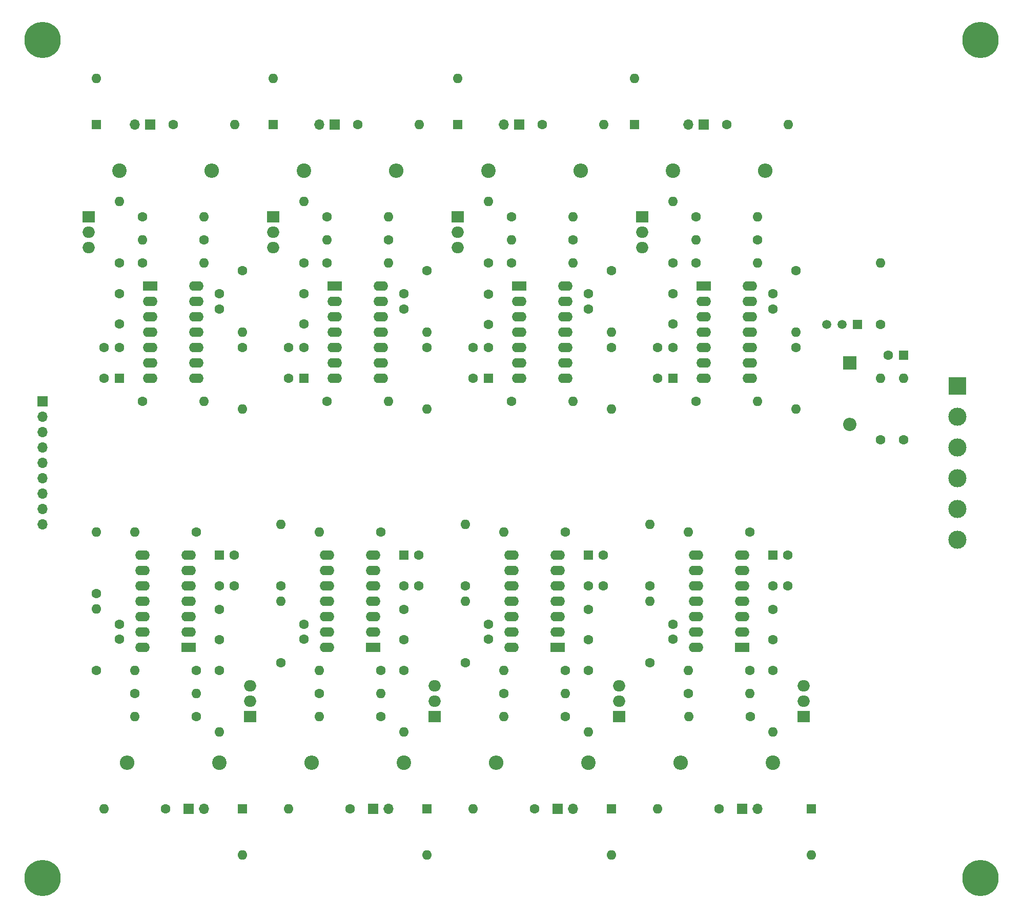
<source format=gbs>
%TF.GenerationSoftware,KiCad,Pcbnew,5.1.10*%
%TF.CreationDate,2021-06-16T12:32:52-03:00*%
%TF.ProjectId,cta,6374612e-6b69-4636-9164-5f7063625858,rev?*%
%TF.SameCoordinates,Original*%
%TF.FileFunction,Soldermask,Bot*%
%TF.FilePolarity,Negative*%
%FSLAX46Y46*%
G04 Gerber Fmt 4.6, Leading zero omitted, Abs format (unit mm)*
G04 Created by KiCad (PCBNEW 5.1.10) date 2021-06-16 12:32:52*
%MOMM*%
%LPD*%
G01*
G04 APERTURE LIST*
%ADD10C,6.000000*%
%ADD11C,3.000000*%
%ADD12R,3.000000X3.000000*%
%ADD13O,2.400000X1.600000*%
%ADD14R,2.400000X1.600000*%
%ADD15O,1.700000X1.700000*%
%ADD16R,1.700000X1.700000*%
%ADD17O,1.600000X1.600000*%
%ADD18R,1.600000X1.600000*%
%ADD19C,1.600000*%
%ADD20R,1.500000X1.500000*%
%ADD21C,1.500000*%
%ADD22O,2.200000X2.200000*%
%ADD23R,2.200000X2.200000*%
%ADD24O,2.400000X2.400000*%
%ADD25C,2.400000*%
%ADD26O,2.000000X1.905000*%
%ADD27R,2.000000X1.905000*%
G04 APERTURE END LIST*
D10*
X210820000Y-19050000D03*
X210820000Y-157480000D03*
X55880000Y-157480000D03*
X55880000Y-19050000D03*
D11*
X207010000Y-101600000D03*
X207010000Y-96520000D03*
X207010000Y-91440000D03*
D12*
X207010000Y-76200000D03*
D11*
X207010000Y-86360000D03*
X207010000Y-81280000D03*
D13*
X72390000Y-119380000D03*
X80010000Y-104140000D03*
X72390000Y-116840000D03*
X80010000Y-106680000D03*
X72390000Y-114300000D03*
X80010000Y-109220000D03*
X72390000Y-111760000D03*
X80010000Y-111760000D03*
X72390000Y-109220000D03*
X80010000Y-114300000D03*
X72390000Y-106680000D03*
X80010000Y-116840000D03*
X72390000Y-104140000D03*
D14*
X80010000Y-119380000D03*
D15*
X55880000Y-99060000D03*
X55880000Y-96520000D03*
X55880000Y-93980000D03*
X55880000Y-91440000D03*
X55880000Y-88900000D03*
X55880000Y-86360000D03*
X55880000Y-83820000D03*
X55880000Y-81280000D03*
D16*
X55880000Y-78740000D03*
D17*
X182880000Y-153670000D03*
D18*
X182880000Y-146050000D03*
D17*
X149860000Y-153670000D03*
D18*
X149860000Y-146050000D03*
D17*
X119380000Y-153670000D03*
D18*
X119380000Y-146050000D03*
D17*
X88900000Y-153670000D03*
D18*
X88900000Y-146050000D03*
D17*
X153670000Y-25400000D03*
D18*
X153670000Y-33020000D03*
D17*
X124460000Y-25400000D03*
D18*
X124460000Y-33020000D03*
D17*
X93980000Y-25400000D03*
D18*
X93980000Y-33020000D03*
D17*
X64770000Y-25400000D03*
D18*
X64770000Y-33020000D03*
D17*
X194310000Y-74930000D03*
D19*
X194310000Y-85090000D03*
D17*
X198120000Y-74930000D03*
D19*
X198120000Y-85090000D03*
D17*
X194310000Y-55880000D03*
D19*
X194310000Y-66040000D03*
D20*
X190500000Y-66040000D03*
D21*
X185420000Y-66040000D03*
X187960000Y-66040000D03*
D22*
X189230000Y-82550000D03*
D23*
X189230000Y-72390000D03*
D19*
X195620000Y-71120000D03*
D18*
X198120000Y-71120000D03*
D19*
X176530000Y-113110000D03*
X176530000Y-118110000D03*
X146050000Y-113110000D03*
X146050000Y-118110000D03*
X115570000Y-113110000D03*
X115570000Y-118110000D03*
X85090000Y-113110000D03*
X85090000Y-118110000D03*
X160020000Y-65960000D03*
X160020000Y-60960000D03*
X129540000Y-66040000D03*
X129540000Y-61040000D03*
D24*
X161290000Y-138430000D03*
D25*
X176530000Y-138430000D03*
D24*
X130810000Y-138430000D03*
D25*
X146050000Y-138430000D03*
D24*
X100330000Y-138430000D03*
D25*
X115570000Y-138430000D03*
D24*
X69850000Y-138430000D03*
D25*
X85090000Y-138430000D03*
D24*
X175260000Y-40640000D03*
D25*
X160020000Y-40640000D03*
D24*
X144780000Y-40640000D03*
D25*
X129540000Y-40640000D03*
D24*
X114300000Y-40640000D03*
D25*
X99060000Y-40640000D03*
D24*
X83820000Y-40640000D03*
D25*
X68580000Y-40640000D03*
D19*
X179030000Y-109220000D03*
X176530000Y-109220000D03*
X148550000Y-109220000D03*
X146050000Y-109220000D03*
X118070000Y-109220000D03*
X115570000Y-109220000D03*
X87590000Y-109220000D03*
X85090000Y-109220000D03*
X157520000Y-69850000D03*
X160020000Y-69850000D03*
X127040000Y-69850000D03*
X129540000Y-69850000D03*
X96560000Y-69850000D03*
X99060000Y-69850000D03*
X66080000Y-69850000D03*
X68580000Y-69850000D03*
X160020000Y-118070000D03*
X160020000Y-115570000D03*
X129540000Y-118070000D03*
X129540000Y-115570000D03*
X99060000Y-118070000D03*
X99060000Y-115570000D03*
X68580000Y-118070000D03*
X68580000Y-115570000D03*
X176530000Y-61000000D03*
X176530000Y-63500000D03*
X146050000Y-61000000D03*
X146050000Y-63500000D03*
X115570000Y-61000000D03*
X115570000Y-63500000D03*
X85090000Y-61000000D03*
X85090000Y-63500000D03*
D15*
X173990000Y-146050000D03*
D16*
X171450000Y-146050000D03*
D15*
X143510000Y-146050000D03*
D16*
X140970000Y-146050000D03*
D15*
X113030000Y-146050000D03*
D16*
X110490000Y-146050000D03*
D15*
X82550000Y-146050000D03*
D16*
X80010000Y-146050000D03*
D15*
X162560000Y-33020000D03*
D16*
X165100000Y-33020000D03*
D15*
X132080000Y-33020000D03*
D16*
X134620000Y-33020000D03*
D15*
X101600000Y-33020000D03*
D16*
X104140000Y-33020000D03*
D15*
X71120000Y-33020000D03*
D16*
X73660000Y-33020000D03*
D19*
X99060000Y-65960000D03*
X99060000Y-60960000D03*
X68580000Y-65960000D03*
X68580000Y-60960000D03*
D13*
X163830000Y-119380000D03*
X171450000Y-104140000D03*
X163830000Y-116840000D03*
X171450000Y-106680000D03*
X163830000Y-114300000D03*
X171450000Y-109220000D03*
X163830000Y-111760000D03*
X171450000Y-111760000D03*
X163830000Y-109220000D03*
X171450000Y-114300000D03*
X163830000Y-106680000D03*
X171450000Y-116840000D03*
X163830000Y-104140000D03*
D14*
X171450000Y-119380000D03*
D17*
X157480000Y-146050000D03*
D19*
X167640000Y-146050000D03*
D17*
X162560000Y-123190000D03*
D19*
X172720000Y-123190000D03*
D17*
X176530000Y-133350000D03*
D19*
X176530000Y-123190000D03*
D17*
X162560000Y-100330000D03*
D19*
X172720000Y-100330000D03*
D17*
X156210000Y-99060000D03*
D19*
X156210000Y-109220000D03*
D17*
X156210000Y-111760000D03*
D19*
X156210000Y-121920000D03*
D17*
X172720000Y-127000000D03*
D19*
X162560000Y-127000000D03*
D17*
X162680225Y-130810000D03*
D19*
X172840225Y-130810000D03*
D26*
X181610000Y-125730000D03*
X181610000Y-128270000D03*
D27*
X181610000Y-130810000D03*
D19*
X179030000Y-104140000D03*
D18*
X176530000Y-104140000D03*
D13*
X133350000Y-119380000D03*
X140970000Y-104140000D03*
X133350000Y-116840000D03*
X140970000Y-106680000D03*
X133350000Y-114300000D03*
X140970000Y-109220000D03*
X133350000Y-111760000D03*
X140970000Y-111760000D03*
X133350000Y-109220000D03*
X140970000Y-114300000D03*
X133350000Y-106680000D03*
X140970000Y-116840000D03*
X133350000Y-104140000D03*
D14*
X140970000Y-119380000D03*
D17*
X127000000Y-146050000D03*
D19*
X137160000Y-146050000D03*
D17*
X132080000Y-123190000D03*
D19*
X142240000Y-123190000D03*
D17*
X146050000Y-133350000D03*
D19*
X146050000Y-123190000D03*
D17*
X132080000Y-100330000D03*
D19*
X142240000Y-100330000D03*
D17*
X125730000Y-99060000D03*
D19*
X125730000Y-109220000D03*
D17*
X125730000Y-111760000D03*
D19*
X125730000Y-121920000D03*
D17*
X142240000Y-127000000D03*
D19*
X132080000Y-127000000D03*
D17*
X132080000Y-130810000D03*
D19*
X142240000Y-130810000D03*
D26*
X151130000Y-125730000D03*
X151130000Y-128270000D03*
D27*
X151130000Y-130810000D03*
D19*
X148550000Y-104140000D03*
D18*
X146050000Y-104140000D03*
D13*
X102870000Y-119380000D03*
X110490000Y-104140000D03*
X102870000Y-116840000D03*
X110490000Y-106680000D03*
X102870000Y-114300000D03*
X110490000Y-109220000D03*
X102870000Y-111760000D03*
X110490000Y-111760000D03*
X102870000Y-109220000D03*
X110490000Y-114300000D03*
X102870000Y-106680000D03*
X110490000Y-116840000D03*
X102870000Y-104140000D03*
D14*
X110490000Y-119380000D03*
D17*
X96520000Y-146050000D03*
D19*
X106680000Y-146050000D03*
D17*
X101600000Y-123190000D03*
D19*
X111760000Y-123190000D03*
D17*
X115570000Y-133350000D03*
D19*
X115570000Y-123190000D03*
D17*
X101600000Y-100330000D03*
D19*
X111760000Y-100330000D03*
D17*
X95250000Y-99060000D03*
D19*
X95250000Y-109220000D03*
D17*
X95250000Y-111760000D03*
D19*
X95250000Y-121920000D03*
D17*
X111760000Y-127000000D03*
D19*
X101600000Y-127000000D03*
D17*
X101600000Y-130810000D03*
D19*
X111760000Y-130810000D03*
D26*
X120650000Y-125730000D03*
X120650000Y-128270000D03*
D27*
X120650000Y-130810000D03*
D19*
X118070000Y-104140000D03*
D18*
X115570000Y-104140000D03*
D17*
X66040000Y-146050000D03*
D19*
X76200000Y-146050000D03*
D17*
X71120000Y-123190000D03*
D19*
X81280000Y-123190000D03*
D17*
X85090000Y-133350000D03*
D19*
X85090000Y-123190000D03*
D17*
X71120000Y-100330000D03*
D19*
X81280000Y-100330000D03*
D17*
X64770000Y-100330000D03*
D19*
X64770000Y-110490000D03*
D17*
X64770000Y-113030000D03*
D19*
X64770000Y-123190000D03*
D17*
X81280000Y-127000000D03*
D19*
X71120000Y-127000000D03*
D17*
X71120000Y-130810000D03*
D19*
X81280000Y-130810000D03*
D26*
X90170000Y-125730000D03*
X90170000Y-128270000D03*
D27*
X90170000Y-130810000D03*
D19*
X87590000Y-104140000D03*
D18*
X85090000Y-104140000D03*
D13*
X172720000Y-59690000D03*
X165100000Y-74930000D03*
X172720000Y-62230000D03*
X165100000Y-72390000D03*
X172720000Y-64770000D03*
X165100000Y-69850000D03*
X172720000Y-67310000D03*
X165100000Y-67310000D03*
X172720000Y-69850000D03*
X165100000Y-64770000D03*
X172720000Y-72390000D03*
X165100000Y-62230000D03*
X172720000Y-74930000D03*
D14*
X165100000Y-59690000D03*
D17*
X179070000Y-33020000D03*
D19*
X168910000Y-33020000D03*
D17*
X173990000Y-55880000D03*
D19*
X163830000Y-55880000D03*
D17*
X160020000Y-45720000D03*
D19*
X160020000Y-55880000D03*
D17*
X173990000Y-78740000D03*
D19*
X163830000Y-78740000D03*
D17*
X180340000Y-80010000D03*
D19*
X180340000Y-69850000D03*
D17*
X180340000Y-67310000D03*
D19*
X180340000Y-57150000D03*
D17*
X163830000Y-52070000D03*
D19*
X173990000Y-52070000D03*
D17*
X173990000Y-48260000D03*
D19*
X163830000Y-48260000D03*
D26*
X154940000Y-53340000D03*
X154940000Y-50800000D03*
D27*
X154940000Y-48260000D03*
D19*
X157520000Y-74930000D03*
D18*
X160020000Y-74930000D03*
D13*
X142240000Y-59690000D03*
X134620000Y-74930000D03*
X142240000Y-62230000D03*
X134620000Y-72390000D03*
X142240000Y-64770000D03*
X134620000Y-69850000D03*
X142240000Y-67310000D03*
X134620000Y-67310000D03*
X142240000Y-69850000D03*
X134620000Y-64770000D03*
X142240000Y-72390000D03*
X134620000Y-62230000D03*
X142240000Y-74930000D03*
D14*
X134620000Y-59690000D03*
D17*
X148590000Y-33020000D03*
D19*
X138430000Y-33020000D03*
D17*
X143510000Y-55880000D03*
D19*
X133350000Y-55880000D03*
D17*
X129540000Y-45720000D03*
D19*
X129540000Y-55880000D03*
D17*
X143510000Y-78740000D03*
D19*
X133350000Y-78740000D03*
D17*
X149860000Y-80010000D03*
D19*
X149860000Y-69850000D03*
D17*
X149860000Y-67310000D03*
D19*
X149860000Y-57150000D03*
D17*
X133350000Y-52070000D03*
D19*
X143510000Y-52070000D03*
D17*
X143510000Y-48260000D03*
D19*
X133350000Y-48260000D03*
D26*
X124460000Y-53340000D03*
X124460000Y-50800000D03*
D27*
X124460000Y-48260000D03*
D19*
X127040000Y-74930000D03*
D18*
X129540000Y-74930000D03*
D26*
X93980000Y-53340000D03*
X93980000Y-50800000D03*
D27*
X93980000Y-48260000D03*
D13*
X111760000Y-59690000D03*
X104140000Y-74930000D03*
X111760000Y-62230000D03*
X104140000Y-72390000D03*
X111760000Y-64770000D03*
X104140000Y-69850000D03*
X111760000Y-67310000D03*
X104140000Y-67310000D03*
X111760000Y-69850000D03*
X104140000Y-64770000D03*
X111760000Y-72390000D03*
X104140000Y-62230000D03*
X111760000Y-74930000D03*
D14*
X104140000Y-59690000D03*
D17*
X118110000Y-33020000D03*
D19*
X107950000Y-33020000D03*
D17*
X113030000Y-55880000D03*
D19*
X102870000Y-55880000D03*
D17*
X99060000Y-45720000D03*
D19*
X99060000Y-55880000D03*
D17*
X113030000Y-78740000D03*
D19*
X102870000Y-78740000D03*
D17*
X119380000Y-80010000D03*
D19*
X119380000Y-69850000D03*
D17*
X119380000Y-67310000D03*
D19*
X119380000Y-57150000D03*
D17*
X102870000Y-52070000D03*
D19*
X113030000Y-52070000D03*
D17*
X113030000Y-48260000D03*
D19*
X102870000Y-48260000D03*
X96560000Y-74930000D03*
D18*
X99060000Y-74930000D03*
D13*
X81280000Y-59690000D03*
X73660000Y-74930000D03*
X81280000Y-62230000D03*
X73660000Y-72390000D03*
X81280000Y-64770000D03*
X73660000Y-69850000D03*
X81280000Y-67310000D03*
X73660000Y-67310000D03*
X81280000Y-69850000D03*
X73660000Y-64770000D03*
X81280000Y-72390000D03*
X73660000Y-62230000D03*
X81280000Y-74930000D03*
D14*
X73660000Y-59690000D03*
D17*
X87630000Y-33020000D03*
D19*
X77470000Y-33020000D03*
D17*
X82550000Y-55880000D03*
D19*
X72390000Y-55880000D03*
D17*
X68580000Y-45720000D03*
D19*
X68580000Y-55880000D03*
D17*
X82550000Y-78740000D03*
D19*
X72390000Y-78740000D03*
D17*
X88900000Y-80010000D03*
D19*
X88900000Y-69850000D03*
D17*
X88900000Y-67310000D03*
D19*
X88900000Y-57150000D03*
D17*
X72390000Y-52070000D03*
D19*
X82550000Y-52070000D03*
D17*
X82550000Y-48260000D03*
D19*
X72390000Y-48260000D03*
D26*
X63500000Y-53340000D03*
X63500000Y-50800000D03*
D27*
X63500000Y-48260000D03*
D19*
X66080000Y-74930000D03*
D18*
X68580000Y-74930000D03*
M02*

</source>
